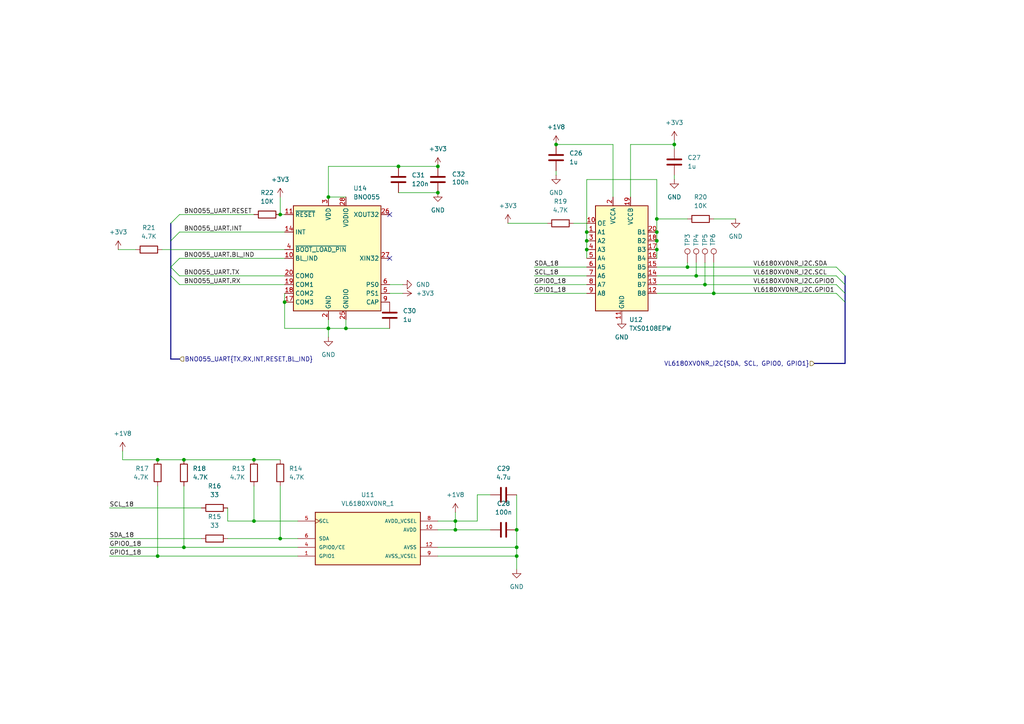
<source format=kicad_sch>
(kicad_sch (version 20250114) (generator "eeschema") (generator_version "9.0")
  (paper "A4")
  (lib_symbols
    (symbol "Connector:TestPoint" (pin_numbers (hide yes)) (pin_names (offset 0.762) (hide yes))
      (property "Reference" "TP" (at 0 6.858 0))
      (property "Value" "TestPoint" (at 0 5.08 0))
      (symbol "TestPoint_0_1"
        (circle (center 0 3.302) (radius 0.762))
      )
      (symbol "TestPoint_1_1"
        (pin passive line (at 0 0 90) (length 2.54) (name "1") (number "1"))
      )
    )
    (symbol "Device:C" (pin_numbers (hide yes)) (pin_names (offset 0.254))
      (property "Reference" "C" (at 0.635 2.54 0))
      (property "Value" "C" (at 0.635 -2.54 0))
      (symbol "C_0_1"
        (polyline (pts (xy -2.032 0.762) (xy 2.032 0.762)) (stroke (width 0.508)))
        (polyline (pts (xy -2.032 -0.762) (xy 2.032 -0.762)) (stroke (width 0.508)))
      )
      (symbol "C_1_1"
        (pin passive line (at 0 3.81 270) (length 2.794) (name "~") (number "1"))
        (pin passive line (at 0 -3.81 90) (length 2.794) (name "~") (number "2"))
      )
    )
    (symbol "Device:R" (pin_numbers (hide yes)) (pin_names (offset 0))
      (property "Reference" "R" (at 2.032 0 90))
      (property "Value" "R" (at 0 0 90))
      (symbol "R_0_1"
        (rectangle (start -1.016 -2.54) (end 1.016 2.54) (stroke (width 0.254)))
      )
      (symbol "R_1_1"
        (pin passive line (at 0 3.81 270) (length 1.27) (name "~") (number "1"))
        (pin passive line (at 0 -3.81 90) (length 1.27) (name "~") (number "2"))
      )
    )
    (symbol "GND_1" (power) (pin_numbers (hide yes)) (pin_names (offset 0) (hide yes))
      (property "Value" "GND" (at 0 -3.81 0))
      (symbol "GND_1_0_1"
        (polyline (pts (xy 0 0) (xy 0 -1.27) (xy 1.27 -1.27) (xy 0 -2.54) (xy -1.27 -1.27) (xy 0 -1.27)))
      )
      (symbol "GND_1_1_1"
        (pin power_in line (at 0 0 270) (length 0) (name "~") (number "1"))
      )
    )
    (symbol "GND_3" (power) (pin_numbers (hide yes)) (pin_names (offset 0) (hide yes))
      (property "Value" "GND" (at 0 -3.81 0))
      (symbol "GND_3_0_1"
        (polyline (pts (xy 0 0) (xy 0 -1.27) (xy 1.27 -1.27) (xy 0 -2.54) (xy -1.27 -1.27) (xy 0 -1.27)))
      )
      (symbol "GND_3_1_1"
        (pin power_in line (at 0 0 270) (length 0) (name "~") (number "1"))
      )
    )
    (symbol "GND_4" (power) (pin_numbers (hide yes)) (pin_names (offset 0) (hide yes))
      (property "Value" "GND" (at 0 -3.81 0))
      (symbol "GND_4_0_1"
        (polyline (pts (xy 0 0) (xy 0 -1.27) (xy 1.27 -1.27) (xy 0 -2.54) (xy -1.27 -1.27) (xy 0 -1.27)))
      )
      (symbol "GND_4_1_1"
        (pin power_in line (at 0 0 270) (length 0) (name "~") (number "1"))
      )
    )
    (symbol "GND_5" (power) (pin_numbers (hide yes)) (pin_names (offset 0) (hide yes))
      (property "Value" "GND" (at 0 -3.81 0))
      (symbol "GND_5_0_1"
        (polyline (pts (xy 0 0) (xy 0 -1.27) (xy 1.27 -1.27) (xy 0 -2.54) (xy -1.27 -1.27) (xy 0 -1.27)))
      )
      (symbol "GND_5_1_1"
        (pin power_in line (at 0 0 270) (length 0) (name "~") (number "1"))
      )
    )
    (symbol "GND_6" (power) (pin_numbers (hide yes)) (pin_names (offset 0) (hide yes))
      (property "Value" "GND" (at 0 -3.81 0))
      (symbol "GND_6_0_1"
        (polyline (pts (xy 0 0) (xy 0 -1.27) (xy 1.27 -1.27) (xy 0 -2.54) (xy -1.27 -1.27) (xy 0 -1.27)))
      )
      (symbol "GND_6_1_1"
        (pin power_in line (at 0 0 270) (length 0) (name "~") (number "1"))
      )
    )
    (symbol "Logic_LevelTranslator:TXS0108EPW"
      (property "Reference" "U" (at -6.35 16.51 0))
      (property "Value" "TXS0108EPW" (at 3.81 16.51 0))
      (symbol "TXS0108EPW_0_1"
        (rectangle (start -7.62 15.24) (end 7.62 -15.24) (stroke (width 0.254)) (fill (type background)))
      )
      (symbol "TXS0108EPW_1_1"
        (pin input line (at -10.16 10.16 0) (length 2.54) (name "OE") (number "10"))
        (pin bidirectional line (at -10.16 7.62 0) (length 2.54) (name "A1") (number "1"))
        (pin bidirectional line (at -10.16 5.08 0) (length 2.54) (name "A2") (number "3"))
        (pin bidirectional line (at -10.16 2.54 0) (length 2.54) (name "A3") (number "4"))
        (pin bidirectional line (at -10.16 0 0) (length 2.54) (name "A4") (number "5"))
        (pin bidirectional line (at -10.16 -2.54 0) (length 2.54) (name "A5") (number "6"))
        (pin bidirectional line (at -10.16 -5.08 0) (length 2.54) (name "A6") (number "7"))
        (pin bidirectional line (at -10.16 -7.62 0) (length 2.54) (name "A7") (number "8"))
        (pin bidirectional line (at -10.16 -10.16 0) (length 2.54) (name "A8") (number "9"))
        (pin power_in line (at -2.54 17.78 270) (length 2.54) (name "VCCA") (number "2"))
        (pin power_in line (at 0 -17.78 90) (length 2.54) (name "GND") (number "11"))
        (pin power_in line (at 2.54 17.78 270) (length 2.54) (name "VCCB") (number "19"))
        (pin bidirectional line (at 10.16 7.62 180) (length 2.54) (name "B1") (number "20"))
        (pin bidirectional line (at 10.16 5.08 180) (length 2.54) (name "B2") (number "18"))
        (pin bidirectional line (at 10.16 2.54 180) (length 2.54) (name "B3") (number "17"))
        (pin bidirectional line (at 10.16 0 180) (length 2.54) (name "B4") (number "16"))
        (pin bidirectional line (at 10.16 -2.54 180) (length 2.54) (name "B5") (number "15"))
        (pin bidirectional line (at 10.16 -5.08 180) (length 2.54) (name "B6") (number "14"))
        (pin bidirectional line (at 10.16 -7.62 180) (length 2.54) (name "B7") (number "13"))
        (pin bidirectional line (at 10.16 -10.16 180) (length 2.54) (name "B8") (number "12"))
      )
    )
    (symbol "Sensor_Motion:BNO055"
      (property "Reference" "U" (at -11.43 16.51 0))
      (property "Value" "BNO055" (at 12.7 16.51 0))
      (symbol "BNO055_0_1"
        (rectangle (start -12.7 15.24) (end 12.7 -15.24) (stroke (width 0.254)) (fill (type background)))
      )
      (symbol "BNO055_1_1"
        (pin input line (at -15.24 12.7 0) (length 2.54) (name "~{RESET}") (number "11"))
        (pin output line (at -15.24 7.62 0) (length 2.54) (name "INT") (number "14"))
        (pin input line (at -15.24 2.54 0) (length 2.54) (name "~{BOOT_LOAD_PIN}") (number "4"))
        (pin output line (at -15.24 0 0) (length 2.54) (name "BL_IND") (number "10"))
        (pin bidirectional line (at -15.24 -5.08 0) (length 2.54) (name "COM0") (number "20"))
        (pin bidirectional line (at -15.24 -7.62 0) (length 2.54) (name "COM1") (number "19"))
        (pin passive line (at -15.24 -10.16 0) (length 2.54) (name "COM2") (number "18"))
        (pin input line (at -15.24 -12.7 0) (length 2.54) (name "COM3") (number "17"))
        (pin no_connect line (at -12.7 10.16 0) (length 2.54) (hide yes) (name "PIN1") (number "1"))
        (pin no_connect line (at -12.7 5.08 0) (length 2.54) (hide yes) (name "PIN7") (number "7"))
        (pin no_connect line (at -12.7 -2.54 0) (length 2.54) (hide yes) (name "PIN8") (number "8"))
        (pin power_in line (at -2.54 17.78 270) (length 2.54) (name "VDD") (number "3"))
        (pin power_in line (at -2.54 -17.78 90) (length 2.54) (name "GND") (number "2"))
        (pin power_in line (at 2.54 17.78 270) (length 2.54) (name "VDDIO") (number "28"))
        (pin power_in line (at 2.54 -17.78 90) (length 2.54) (name "GNDIO") (number "25"))
        (pin no_connect line (at 5.08 -15.24 90) (length 2.54) (hide yes) (name "PIN15") (number "15"))
        (pin no_connect line (at 7.62 -15.24 90) (length 2.54) (hide yes) (name "PIN16") (number "16"))
        (pin no_connect line (at 12.7 10.16 180) (length 2.54) (hide yes) (name "PIN12") (number "12"))
        (pin no_connect line (at 12.7 7.62 180) (length 2.54) (hide yes) (name "PIN13") (number "13"))
        (pin no_connect line (at 12.7 5.08 180) (length 2.54) (hide yes) (name "PIN21") (number "21"))
        (pin no_connect line (at 12.7 2.54 180) (length 2.54) (hide yes) (name "PIN22") (number "22"))
        (pin no_connect line (at 12.7 -2.54 180) (length 2.54) (hide yes) (name "PIN23") (number "23"))
        (pin no_connect line (at 12.7 -5.08 180) (length 2.54) (hide yes) (name "PIN24") (number "24"))
        (pin output line (at 15.24 12.7 180) (length 2.54) (name "XOUT32") (number "26"))
        (pin input line (at 15.24 0 180) (length 2.54) (name "XIN32") (number "27"))
        (pin input line (at 15.24 -7.62 180) (length 2.54) (name "PS0") (number "6"))
        (pin input line (at 15.24 -10.16 180) (length 2.54) (name "PS1") (number "5"))
        (pin passive line (at 15.24 -12.7 180) (length 2.54) (name "CAP") (number "9"))
      )
    )
    (symbol "VL6180XV0NR_1:VL6180XV0NR_1" (pin_names (offset 1.016))
      (property "Reference" "U" (at -15.2568 7.6284 0))
      (property "Value" "VL6180XV0NR_1" (at -15.2519 -10.1679 0))
      (symbol "VL6180XV0NR_1_0_0"
        (rectangle (start -15.24 -7.62) (end 15.24 7.62) (stroke (width 0.254)) (fill (type background)))
        (pin input clock (at -20.32 5.08 0) (length 5.08) (name "SCL") (number "5"))
        (pin bidirectional line (at -20.32 0 0) (length 5.08) (name "SDA") (number "6"))
        (pin bidirectional line (at -20.32 -2.54 0) (length 5.08) (name "GPIO0/CE") (number "4"))
        (pin bidirectional line (at -20.32 -5.08 0) (length 5.08) (name "GPIO1") (number "1"))
        (pin power_in line (at 20.32 5.08 180) (length 5.08) (name "AVDD_VCSEL") (number "8"))
        (pin power_in line (at 20.32 2.54 180) (length 5.08) (name "AVDD") (number "10"))
        (pin power_in line (at 20.32 -2.54 180) (length 5.08) (name "AVSS") (number "12"))
        (pin power_in line (at 20.32 -5.08 180) (length 5.08) (name "AVSS_VCSEL") (number "9"))
      )
    )
    (symbol "power:+1V8" (power) (pin_numbers (hide yes)) (pin_names (offset 0) (hide yes))
      (property "Value" "+1V8" (at 0 3.556 0))
      (symbol "+1V8_0_1"
        (polyline (pts (xy -0.762 1.27) (xy 0 2.54)))
        (polyline (pts (xy 0 2.54) (xy 0.762 1.27)))
        (polyline (pts (xy 0 0) (xy 0 2.54)))
      )
      (symbol "+1V8_1_1"
        (pin power_in line (at 0 0 90) (length 0) (name "~") (number "1"))
      )
    )
    (symbol "power:+3V3" (power) (pin_numbers (hide yes)) (pin_names (offset 0) (hide yes))
      (property "Value" "+3V3" (at 0 3.556 0))
      (symbol "+3V3_0_1"
        (polyline (pts (xy -0.762 1.27) (xy 0 2.54)))
        (polyline (pts (xy 0 2.54) (xy 0.762 1.27)))
        (polyline (pts (xy 0 0) (xy 0 2.54)))
      )
      (symbol "+3V3_1_1"
        (pin power_in line (at 0 0 90) (length 0) (name "~") (number "1"))
      )
    )
    (symbol "power:GND" (power) (pin_numbers (hide yes)) (pin_names (offset 0) (hide yes))
      (property "Value" "GND" (at 0 -3.81 0))
      (symbol "GND_0_1"
        (polyline (pts (xy 0 0) (xy 0 -1.27) (xy 1.27 -1.27) (xy 0 -2.54) (xy -1.27 -1.27) (xy 0 -1.27)))
      )
      (symbol "GND_1_1"
        (pin power_in line (at 0 0 270) (length 0) (name "~") (number "1"))
      )
    )
  )
  (junction (at 190.5 72.39))
  (junction (at 149.86 153.67))
  (junction (at 81.28 62.23))
  (junction (at 45.72 161.29))
  (junction (at 190.5 63.5))
  (junction (at 127 55.88))
  (junction (at 82.55 87.63))
  (junction (at 73.66 151.13))
  (junction (at 195.58 41.91))
  (junction (at 115.57 48.26))
  (junction (at 73.66 133.35))
  (junction (at 149.86 161.29))
  (junction (at 127 48.26))
  (junction (at 100.33 95.25))
  (junction (at 149.86 158.75))
  (junction (at 95.25 57.15))
  (junction (at 132.08 153.67))
  (junction (at 95.25 95.25))
  (junction (at 132.08 151.13))
  (junction (at 161.29 41.91))
  (junction (at 199.39 77.47))
  (junction (at 53.34 158.75))
  (junction (at 170.18 72.39))
  (junction (at 201.93 80.01))
  (junction (at 45.72 133.35))
  (junction (at 170.18 69.85))
  (junction (at 207.01 85.09))
  (junction (at 204.47 82.55))
  (junction (at 190.5 69.85))
  (junction (at 190.5 67.31))
  (junction (at 81.28 156.21))
  (junction (at 53.34 133.35))
  (junction (at 170.18 67.31))
  (no_connect (at 113.03 62.23))
  (no_connect (at 113.03 74.93))
  (bus_entry (at 245.11 80.01) (size -2.54 -2.54))
  (bus_entry (at 245.11 82.55) (size -2.54 -2.54))
  (bus_entry (at 49.53 77.47) (size 2.54 -2.54))
  (bus_entry (at 49.53 64.77) (size 2.54 -2.54))
  (bus_entry (at 245.11 85.09) (size -2.54 -2.54))
  (bus_entry (at 49.53 77.47) (size 2.54 2.54))
  (bus_entry (at 49.53 69.85) (size 2.54 -2.54))
  (bus_entry (at 245.11 87.63) (size -2.54 -2.54))
  (bus_entry (at 49.53 80.01) (size 2.54 2.54))
  (wire (pts (xy 170.18 77.47) (xy 154.94 77.47)))
  (wire (pts (xy 52.07 80.01) (xy 82.55 80.01)))
  (wire (pts (xy 149.86 143.51) (xy 149.86 153.67)))
  (wire (pts (xy 113.03 95.25) (xy 100.33 95.25)))
  (wire (pts (xy 138.43 143.51) (xy 138.43 151.13)))
  (wire (pts (xy 34.29 72.39) (xy 39.37 72.39)))
  (wire (pts (xy 95.25 97.79) (xy 95.25 95.25)))
  (wire (pts (xy 170.18 82.55) (xy 154.94 82.55)))
  (wire (pts (xy 45.72 161.29) (xy 86.36 161.29)))
  (wire (pts (xy 190.5 69.85) (xy 190.5 72.39)))
  (wire (pts (xy 190.5 67.31) (xy 190.5 69.85)))
  (wire (pts (xy 73.66 133.35) (xy 53.34 133.35)))
  (bus (pts (xy 49.53 77.47) (xy 49.53 80.01)))
  (wire (pts (xy 207.01 76.2) (xy 207.01 85.09)))
  (wire (pts (xy 116.84 82.55) (xy 113.03 82.55)))
  (wire (pts (xy 149.86 158.75) (xy 149.86 161.29)))
  (bus (pts (xy 245.11 87.63) (xy 245.11 105.41)))
  (wire (pts (xy 127 153.67) (xy 132.08 153.67)))
  (wire (pts (xy 201.93 76.2) (xy 201.93 80.01)))
  (wire (pts (xy 53.34 140.97) (xy 53.34 158.75)))
  (wire (pts (xy 95.25 48.26) (xy 95.25 57.15)))
  (wire (pts (xy 132.08 151.13) (xy 132.08 153.67)))
  (wire (pts (xy 127 55.88) (xy 115.57 55.88)))
  (wire (pts (xy 199.39 77.47) (xy 242.57 77.47)))
  (wire (pts (xy 113.03 85.09) (xy 116.84 85.09)))
  (wire (pts (xy 170.18 85.09) (xy 154.94 85.09)))
  (wire (pts (xy 199.39 63.5) (xy 190.5 63.5)))
  (wire (pts (xy 132.08 151.13) (xy 127 151.13)))
  (wire (pts (xy 177.8 41.91) (xy 161.29 41.91)))
  (wire (pts (xy 138.43 151.13) (xy 132.08 151.13)))
  (wire (pts (xy 207.01 85.09) (xy 242.57 85.09)))
  (bus (pts (xy 49.53 104.14) (xy 52.07 104.14)))
  (wire (pts (xy 190.5 80.01) (xy 201.93 80.01)))
  (wire (pts (xy 31.75 161.29) (xy 45.72 161.29)))
  (wire (pts (xy 127 158.75) (xy 149.86 158.75)))
  (wire (pts (xy 190.5 82.55) (xy 204.47 82.55)))
  (wire (pts (xy 182.88 41.91) (xy 182.88 57.15)))
  (wire (pts (xy 81.28 57.15) (xy 81.28 62.23)))
  (wire (pts (xy 53.34 158.75) (xy 86.36 158.75)))
  (wire (pts (xy 82.55 85.09) (xy 82.55 87.63)))
  (wire (pts (xy 170.18 52.07) (xy 190.5 52.07)))
  (wire (pts (xy 81.28 140.97) (xy 81.28 156.21)))
  (wire (pts (xy 35.56 133.35) (xy 35.56 130.81)))
  (wire (pts (xy 166.37 64.77) (xy 170.18 64.77)))
  (wire (pts (xy 204.47 82.55) (xy 242.57 82.55)))
  (bus (pts (xy 245.11 105.41) (xy 236.22 105.41)))
  (wire (pts (xy 66.04 156.21) (xy 81.28 156.21)))
  (wire (pts (xy 73.66 133.35) (xy 81.28 133.35)))
  (wire (pts (xy 73.66 140.97) (xy 73.66 151.13)))
  (wire (pts (xy 82.55 87.63) (xy 82.55 95.25)))
  (wire (pts (xy 213.36 63.5) (xy 207.01 63.5)))
  (wire (pts (xy 190.5 77.47) (xy 199.39 77.47)))
  (wire (pts (xy 182.88 41.91) (xy 195.58 41.91)))
  (wire (pts (xy 190.5 63.5) (xy 190.5 67.31)))
  (wire (pts (xy 147.32 64.77) (xy 158.75 64.77)))
  (wire (pts (xy 170.18 72.39) (xy 170.18 74.93)))
  (wire (pts (xy 170.18 67.31) (xy 170.18 69.85)))
  (wire (pts (xy 52.07 62.23) (xy 73.66 62.23)))
  (wire (pts (xy 190.5 85.09) (xy 207.01 85.09)))
  (bus (pts (xy 49.53 69.85) (xy 49.53 77.47)))
  (wire (pts (xy 31.75 156.21) (xy 58.42 156.21)))
  (wire (pts (xy 31.75 147.32) (xy 58.42 147.32)))
  (wire (pts (xy 52.07 67.31) (xy 82.55 67.31)))
  (wire (pts (xy 82.55 95.25) (xy 95.25 95.25)))
  (wire (pts (xy 195.58 41.91) (xy 195.58 43.18)))
  (wire (pts (xy 190.5 72.39) (xy 190.5 74.93)))
  (wire (pts (xy 142.24 143.51) (xy 138.43 143.51)))
  (wire (pts (xy 195.58 40.64) (xy 195.58 41.91)))
  (bus (pts (xy 245.11 82.55) (xy 245.11 85.09)))
  (wire (pts (xy 53.34 133.35) (xy 45.72 133.35)))
  (wire (pts (xy 177.8 41.91) (xy 177.8 57.15)))
  (wire (pts (xy 95.25 57.15) (xy 100.33 57.15)))
  (wire (pts (xy 170.18 80.01) (xy 154.94 80.01)))
  (bus (pts (xy 245.11 85.09) (xy 245.11 87.63)))
  (wire (pts (xy 204.47 76.2) (xy 204.47 82.55)))
  (wire (pts (xy 81.28 156.21) (xy 86.36 156.21)))
  (wire (pts (xy 100.33 95.25) (xy 100.33 92.71)))
  (wire (pts (xy 66.04 147.32) (xy 66.04 151.13)))
  (wire (pts (xy 170.18 69.85) (xy 170.18 72.39)))
  (wire (pts (xy 170.18 52.07) (xy 170.18 67.31)))
  (wire (pts (xy 201.93 80.01) (xy 242.57 80.01)))
  (wire (pts (xy 35.56 133.35) (xy 45.72 133.35)))
  (wire (pts (xy 52.07 82.55) (xy 82.55 82.55)))
  (wire (pts (xy 149.86 153.67) (xy 149.86 158.75)))
  (wire (pts (xy 45.72 140.97) (xy 45.72 161.29)))
  (wire (pts (xy 132.08 153.67) (xy 142.24 153.67)))
  (bus (pts (xy 245.11 80.01) (xy 245.11 82.55)))
  (wire (pts (xy 95.25 95.25) (xy 95.25 92.71)))
  (bus (pts (xy 49.53 80.01) (xy 49.53 104.14)))
  (wire (pts (xy 95.25 48.26) (xy 115.57 48.26)))
  (wire (pts (xy 73.66 151.13) (xy 86.36 151.13)))
  (wire (pts (xy 31.75 158.75) (xy 53.34 158.75)))
  (wire (pts (xy 81.28 62.23) (xy 82.55 62.23)))
  (wire (pts (xy 149.86 165.1) (xy 149.86 161.29)))
  (wire (pts (xy 195.58 50.8) (xy 195.58 52.07)))
  (bus (pts (xy 49.53 64.77) (xy 49.53 69.85)))
  (wire (pts (xy 190.5 52.07) (xy 190.5 63.5)))
  (wire (pts (xy 161.29 49.53) (xy 161.29 50.8)))
  (wire (pts (xy 127 48.26) (xy 115.57 48.26)))
  (wire (pts (xy 95.25 95.25) (xy 100.33 95.25)))
  (wire (pts (xy 46.99 72.39) (xy 82.55 72.39)))
  (wire (pts (xy 127 161.29) (xy 149.86 161.29)))
  (wire (pts (xy 199.39 77.47) (xy 199.39 76.2)))
  (wire (pts (xy 66.04 151.13) (xy 73.66 151.13)))
  (wire (pts (xy 132.08 148.59) (xy 132.08 151.13)))
  (wire (pts (xy 52.07 74.93) (xy 82.55 74.93)))
  (label "VL6180XV0NR_I2C.GPIO0" (at 218.44 82.55 0))
  (label "BNO055_UART.BL_IND" (at 53.34 74.93 0))
  (label "SCL_18" (at 154.94 80.01 0))
  (label "VL6180XV0NR_I2C.SDA" (at 218.44 77.47 0))
  (label "GPIO1_18" (at 154.94 85.09 0))
  (label "BNO055_UART.RESET" (at 53.34 62.23 0))
  (label "GPIO0_18" (at 31.75 158.75 0))
  (label "SCL_18" (at 31.75 147.32 0))
  (label "VL6180XV0NR_I2C.GPIO1" (at 218.44 85.09 0))
  (label "BNO055_UART.INT" (at 53.34 67.31 0))
  (label "BNO055_UART.TX" (at 53.34 80.01 0))
  (label "SDA_18" (at 154.94 77.47 0))
  (label "VL6180XV0NR_I2C.SCL" (at 218.44 80.01 0))
  (label "SDA_18" (at 31.75 156.21 0))
  (label "BNO055_UART.RX" (at 53.34 82.55 0))
  (label "GPIO0_18" (at 154.94 82.55 0))
  (label "GPIO1_18" (at 31.75 161.29 0))
  (hierarchical_label "BNO055_UART{TX,RX,INT,RESET,BL_IND}" (shape input) (at 52.07 104.14 0))
  (hierarchical_label "VL6180XV0NR_I2C{SDA, SCL, GPIO0, GPIO1}" (shape input) (at 236.22 105.41 180))
  (symbol (lib_id "Device:R") (at 43.18 72.39 270) (unit 1)
    (property "Reference" "R21" (at 43.18 66.04 90))
    (property "Value" "4.7K" (at 43.18 68.58 90))
    (property "Footprint" "Resistor_SMD:R_0402_1005Metric" (effects (hide yes)))
  )
  (symbol (lib_name "GND_3") (lib_id "power:GND") (at 95.25 97.79 0) (unit 1)
    (property "Reference" "#PWR060" (effects (hide yes)))
    (property "Value" "GND" (at 95.25 102.87 0))
    (property "Description" "Power symbol creates a global label with name \"GND\" , ground" (effects (hide yes)))
  )
  (symbol (lib_id "Device:R") (at 77.47 62.23 90) (unit 1)
    (property "Reference" "R22" (at 77.47 55.88 90))
    (property "Value" "10K" (at 77.47 58.42 90))
    (property "Footprint" "Resistor_SMD:R_0402_1005Metric" (effects (hide yes)))
  )
  (symbol (lib_id "power:+3V3") (at 34.29 72.39 0) (unit 1)
    (property "Reference" "#PWR062" (effects (hide yes)))
    (property "Value" "+3V3" (at 34.29 67.31 0))
    (property "Description" "Power symbol creates a global label with name \"+3V3\"" (effects (hide yes)))
  )
  (symbol (lib_id "Connector:TestPoint") (at 207.01 76.2 0) (unit 1)
    (property "Reference" "TP6" (at 206.756 71.374 90) (effects (justify left)))
    (property "Value" "TestPoint" (effects (hide yes)))
    (property "Footprint" "TestPoint:TestPoint_Keystone_5015_Micro_Mini" (effects (hide yes)))
    (property "Description" "test point" (effects (hide yes)))
  )
  (symbol (lib_id "power:+3V3") (at 127 48.26 0) (unit 1)
    (property "Reference" "#PWR054" (effects (hide yes)))
    (property "Value" "+3V3" (at 127 43.18 0))
    (property "Description" "Power symbol creates a global label with name \"+3V3\"" (effects (hide yes)))
  )
  (symbol (lib_id "power:+3V3") (at 147.32 64.77 0) (unit 1)
    (property "Reference" "#PWR069" (effects (hide yes)))
    (property "Value" "+3V3" (at 147.32 59.69 0))
    (property "Description" "Power symbol creates a global label with name \"+3V3\"" (effects (hide yes)))
  )
  (symbol (lib_id "Device:R") (at 62.23 156.21 90) (unit 1)
    (property "Reference" "R15" (at 62.23 149.86 90))
    (property "Value" "33" (at 62.23 152.4 90))
    (property "Footprint" "Resistor_SMD:R_0402_1005Metric" (effects (hide yes)))
  )
  (symbol (lib_id "Device:C") (at 146.05 153.67 90) (unit 1)
    (property "Reference" "C28" (at 146.05 146.05 90))
    (property "Value" "100n" (at 146.05 148.59 90))
    (property "Footprint" "Capacitor_SMD:C_0805_2012Metric" (effects (hide yes)))
  )
  (symbol (lib_id "Device:C") (at 146.05 143.51 90) (unit 1)
    (property "Reference" "C29" (at 146.05 135.89 90))
    (property "Value" "4.7u" (at 146.05 138.43 90))
    (property "Footprint" "Capacitor_SMD:C_0805_2012Metric" (effects (hide yes)))
  )
  (symbol (lib_id "Device:C") (at 127 52.07 180) (unit 1)
    (property "Reference" "C32" (at 131.064 50.546 0) (effects (justify right)))
    (property "Value" "100n" (at 131.064 52.832 0) (effects (justify right)))
    (property "Footprint" "Capacitor_SMD:C_0805_2012Metric" (effects (hide yes)))
  )
  (symbol (lib_id "Connector:TestPoint") (at 204.47 76.2 0) (unit 1)
    (property "Reference" "TP5" (at 204.47 69.596 90))
    (property "Value" "TestPoint" (effects (hide yes)))
    (property "Footprint" "TestPoint:TestPoint_Keystone_5015_Micro_Mini" (effects (hide yes)))
    (property "Description" "test point" (effects (hide yes)))
  )
  (symbol (lib_name "GND_6") (lib_id "power:GND") (at 161.29 50.8 0) (unit 1)
    (property "Reference" "#PWR058" (effects (hide yes)))
    (property "Value" "GND" (at 161.29 55.88 0))
    (property "Description" "Power symbol creates a global label with name \"GND\" , ground" (effects (hide yes)))
  )
  (symbol (lib_id "Device:C") (at 161.29 45.72 0) (unit 1)
    (property "Reference" "C26" (at 165.1 44.4499 0) (effects (justify left)))
    (property "Value" "1u" (at 165.1 46.9899 0) (effects (justify left)))
    (property "Footprint" "Capacitor_SMD:C_0805_2012Metric" (effects (hide yes)))
  )
  (symbol (lib_id "power:GND") (at 149.86 165.1 0) (unit 1)
    (property "Reference" "#PWR050" (effects (hide yes)))
    (property "Value" "GND" (at 149.86 170.18 0))
    (property "Description" "Power symbol creates a global label with name \"GND\" , ground" (effects (hide yes)))
  )
  (symbol (lib_id "power:+1V8") (at 161.29 41.91 0) (unit 1)
    (property "Reference" "#PWR048" (effects (hide yes)))
    (property "Value" "+1V8" (at 161.29 36.83 0))
    (property "Description" "Power symbol creates a global label with name \"+1V8\"" (effects (hide yes)))
  )
  (symbol (lib_name "GND_4") (lib_id "power:GND") (at 180.34 92.71 0) (unit 1)
    (property "Reference" "#PWR057" (effects (hide yes)))
    (property "Value" "GND" (at 180.34 97.79 0))
    (property "Description" "Power symbol creates a global label with name \"GND\" , ground" (effects (hide yes)))
  )
  (symbol (lib_id "power:+3V3") (at 195.58 40.64 0) (unit 1)
    (property "Reference" "#PWR070" (effects (hide yes)))
    (property "Value" "+3V3" (at 195.58 35.56 0))
    (property "Description" "Power symbol creates a global label with name \"+3V3\"" (effects (hide yes)))
  )
  (symbol (lib_id "Device:R") (at 53.34 137.16 0) (unit 1)
    (property "Reference" "R18" (at 55.88 135.8899 0) (effects (justify left)))
    (property "Value" "4.7K" (at 55.88 138.4299 0) (effects (justify left)))
    (property "Footprint" "Resistor_SMD:R_0402_1005Metric" (effects (hide yes)))
  )
  (symbol (lib_id "Device:C") (at 113.03 91.44 180) (unit 1)
    (property "Reference" "C30" (at 116.84 90.1699 0) (effects (justify right)))
    (property "Value" "1u" (at 116.84 92.7099 0) (effects (justify right)))
    (property "Footprint" "Capacitor_SMD:C_0805_2012Metric" (effects (hide yes)))
  )
  (symbol (lib_id "Device:R") (at 162.56 64.77 90) (unit 1)
    (property "Reference" "R19" (at 162.56 58.42 90))
    (property "Value" "4.7K" (at 162.56 60.96 90))
    (property "Footprint" "Resistor_SMD:R_0402_1005Metric" (effects (hide yes)))
  )
  (symbol (lib_id "Device:R") (at 45.72 137.16 0) (unit 1)
    (property "Reference" "R17" (at 43.18 135.8899 0) (effects (justify right)))
    (property "Value" "4.7K" (at 43.18 138.4299 0) (effects (justify right)))
    (property "Footprint" "Resistor_SMD:R_0402_1005Metric" (effects (hide yes)))
  )
  (symbol (lib_id "power:+3V3") (at 81.28 57.15 0) (unit 1)
    (property "Reference" "#PWR067" (effects (hide yes)))
    (property "Value" "+3V3" (at 81.28 52.07 0))
    (property "Description" "Power symbol creates a global label with name \"+3V3\"" (effects (hide yes)))
  )
  (symbol (lib_id "power:+3V3") (at 116.84 85.09 270) (unit 1)
    (property "Reference" "#PWR049" (effects (hide yes)))
    (property "Value" "+3V3" (at 120.65 85.0899 90) (effects (justify left)))
    (property "Description" "Power symbol creates a global label with name \"+3V3\"" (effects (hide yes)))
  )
  (symbol (lib_id "Device:R") (at 62.23 147.32 90) (unit 1)
    (property "Reference" "R16" (at 62.23 140.97 90))
    (property "Value" "33" (at 62.23 143.51 90))
    (property "Footprint" "Resistor_SMD:R_0402_1005Metric" (effects (hide yes)))
  )
  (symbol (lib_id "power:+1V8") (at 35.56 130.81 0) (unit 1)
    (property "Reference" "#PWR053" (effects (hide yes)))
    (property "Value" "+1V8" (at 35.56 125.73 0))
    (property "Description" "Power symbol creates a global label with name \"+1V8\"" (effects (hide yes)))
  )
  (symbol (lib_id "Device:R") (at 73.66 137.16 0) (unit 1)
    (property "Reference" "R13" (at 71.12 135.8899 0) (effects (justify right)))
    (property "Value" "4.7K" (at 71.12 138.4299 0) (effects (justify right)))
    (property "Footprint" "Resistor_SMD:R_0402_1005Metric" (effects (hide yes)))
  )
  (symbol (lib_name "GND_1") (lib_id "power:GND") (at 127 55.88 0) (unit 1)
    (property "Reference" "#PWR065" (effects (hide yes)))
    (property "Value" "GND" (at 127 60.96 0))
    (property "Description" "Power symbol creates a global label with name \"GND\" , ground" (effects (hide yes)))
  )
  (symbol (lib_id "Connector:TestPoint") (at 199.39 76.2 0) (unit 1)
    (property "Reference" "TP3" (at 199.39 69.596 90))
    (property "Value" "TestPoint" (effects (hide yes)))
    (property "Footprint" "TestPoint:TestPoint_Keystone_5015_Micro_Mini" (effects (hide yes)))
    (property "Description" "test point" (effects (hide yes)))
  )
  (symbol (lib_id "power:+1V8") (at 132.08 148.59 0) (unit 1)
    (property "Reference" "#PWR052" (effects (hide yes)))
    (property "Value" "+1V8" (at 132.08 143.51 0))
    (property "Description" "Power symbol creates a global label with name \"+1V8\"" (effects (hide yes)))
  )
  (symbol (lib_id "Connector:TestPoint") (at 201.93 76.2 0) (unit 1)
    (property "Reference" "TP4" (at 201.93 69.596 90))
    (property "Value" "TestPoint" (effects (hide yes)))
    (property "Footprint" "TestPoint:TestPoint_Keystone_5015_Micro_Mini" (effects (hide yes)))
    (property "Description" "test point" (effects (hide yes)))
  )
  (symbol (lib_id "Device:C") (at 115.57 52.07 180) (unit 1)
    (property "Reference" "C31" (at 119.38 50.7999 0) (effects (justify right)))
    (property "Value" "120n" (at 119.38 53.3399 0) (effects (justify right)))
    (property "Footprint" "Capacitor_SMD:C_0805_2012Metric" (effects (hide yes)))
  )
  (symbol (lib_id "Device:R") (at 81.28 137.16 0) (unit 1)
    (property "Reference" "R14" (at 83.82 135.8899 0) (effects (justify left)))
    (property "Value" "4.7K" (at 83.82 138.4299 0) (effects (justify left)))
    (property "Footprint" "Resistor_SMD:R_0402_1005Metric" (effects (hide yes)))
  )
  (symbol (lib_name "GND_1") (lib_id "power:GND") (at 116.84 82.55 90) (unit 1)
    (property "Reference" "#PWR061" (effects (hide yes)))
    (property "Value" "GND" (at 120.65 82.5499 90) (effects (justify right)))
    (property "Description" "Power symbol creates a global label with name \"GND\" , ground" (effects (hide yes)))
  )
  (symbol (lib_id "Device:R") (at 203.2 63.5 90) (unit 1)
    (property "Reference" "R20" (at 203.2 57.15 90))
    (property "Value" "10K" (at 203.2 59.69 90))
    (property "Footprint" "Resistor_SMD:R_0402_1005Metric" (effects (hide yes)))
  )
  (symbol (lib_id "VL6180XV0NR_1:VL6180XV0NR_1") (at 106.68 156.21 0) (unit 1)
    (property "Reference" "U11" (at 106.68 143.51 0))
    (property "Value" "VL6180XV0NR_1" (at 106.68 146.05 0))
    (property "Footprint" "VL6180XV0NR_1:LGA12R75P2X6_280X480X110" (effects (hide yes)))
    (property "MF" "STMicroelectronics" (effects (hide yes)))
    (property "Description_1" "Optical Sensor 0 ~ 24.41 (0 ~ 62cm) I2C Output" (effects (hide yes)))
    (property "Package" "SMD-12 STMicroelectronics" (effects (hide yes)))
    (property "Price" "None" (effects (hide yes)))
    (property "Check_prices" "https://www.snapeda.com/parts/VL6180XV0NR/1/STMicroelectronics/view-part/?ref=eda" (effects (hide yes)))
    (property "SnapEDA_Link" "https://www.snapeda.com/parts/VL6180XV0NR/1/STMicroelectronics/view-part/?ref=snap" (effects (hide yes)))
    (property "MP" "VL6180XV0NR/1" (effects (hide yes)))
    (property "Availability" "In Stock" (effects (hide yes)))
    (property "MANUFACTURER" "ST Microelectronics" (effects (hide yes)))
  )
  (symbol (lib_id "Logic_LevelTranslator:TXS0108EPW") (at 180.34 74.93 0) (unit 1)
    (property "Reference" "U12" (at 182.4833 92.71 0) (effects (justify left)))
    (property "Value" "TXS0108EPW" (at 182.4833 95.25 0) (effects (justify left)))
    (property "Footprint" "Package_SO:TSSOP-20_4.4x6.5mm_P0.65mm" (effects (hide yes)))
    (property "Datasheet" "www.ti.com/lit/ds/symlink/txs0108e.pdf" (effects (hide yes)))
    (property "Description" "Bidirectional  level-shifting voltage translator, TSSOP-20" (effects (hide yes)))
  )
  (symbol (lib_id "Sensor_Motion:BNO055") (at 97.79 74.93 0) (unit 1)
    (property "Reference" "U14" (at 102.4733 54.61 0) (effects (justify left)))
    (property "Value" "BNO055" (at 102.4733 57.15 0) (effects (justify left)))
    (property "Footprint" "Package_LGA:LGA-28_5.2x3.8mm_P0.5mm" (effects (hide yes)))
    (property "Datasheet" "https://www.bosch-sensortec.com/media/boschsensortec/downloads/datasheets/bst-bno055-ds000.pdf" (effects (hide yes)))
    (property "Description" "Intelligent 9-axis absolute orientation sensor, LGA-28" (effects (hide yes)))
  )
  (symbol (lib_name "GND_5") (lib_id "power:GND") (at 213.36 63.5 0) (unit 1)
    (property "Reference" "#PWR064" (effects (hide yes)))
    (property "Value" "GND" (at 213.36 68.58 0))
    (property "Description" "Power symbol creates a global label with name \"GND\" , ground" (effects (hide yes)))
  )
  (symbol (lib_id "Device:C") (at 195.58 46.99 0) (unit 1)
    (property "Reference" "C27" (at 199.39 45.7199 0) (effects (justify left)))
    (property "Value" "1u" (at 199.39 48.2599 0) (effects (justify left)))
    (property "Footprint" "Capacitor_SMD:C_0805_2012Metric" (effects (hide yes)))
  )
  (symbol (lib_name "GND_5") (lib_id "power:GND") (at 195.58 52.07 0) (unit 1)
    (property "Reference" "#PWR051" (effects (hide yes)))
    (property "Value" "GND" (at 195.58 57.15 0))
    (property "Description" "Power symbol creates a global label with name \"GND\" , ground" (effects (hide yes)))
  )
)
</source>
